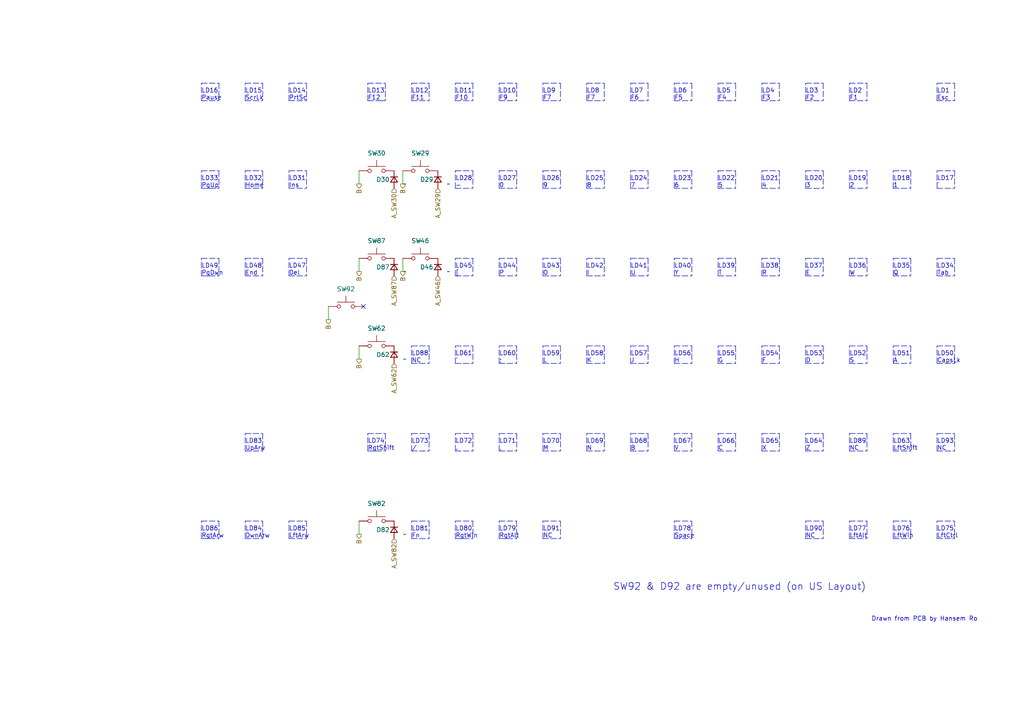
<source format=kicad_sch>
(kicad_sch (version 20211123) (generator eeschema)
  (paper "A4")
  (lib_symbols
    (symbol "Device:D_Small" (pin_numbers hide) (pin_names (offset 0.254) hide)
      (property "Reference" "D" (at -1.27 2.032 0))
      (property "Value" "D_Small" (at -3.81 -2.032 0))
      (symbol "D_Small_0_1"
        (polyline (pts (xy -0.762 -1.016) (xy -0.762 1.016)) (stroke (width 0.254)))
        (polyline (pts (xy -0.762 0) (xy 0.762 0)))
        (polyline (pts (xy 0.762 -1.016) (xy -0.762 0) (xy 0.762 1.016) (xy 0.762 -1.016)) (stroke (width 0.254)))
      )
      (symbol "D_Small_1_1"
        (pin passive line (at -2.54 0 0) (length 1.778) (name "K") (number "1"))
        (pin passive line (at 2.54 0 180) (length 1.778) (name "A") (number "2"))
      )
    )
    (symbol "Switch:SW_Push" (pin_numbers hide) (pin_names (offset 1.016) hide)
      (property "Reference" "SW" (at 1.27 2.54 0))
      (property "Value" "SW_Push" (at 0 -1.524 0))
      (symbol "SW_Push_0_1"
        (circle (center -2.032 0) (radius 0.508))
        (polyline (pts (xy 0 1.27) (xy 0 3.048)))
        (polyline (pts (xy 2.54 1.27) (xy -2.54 1.27)))
        (circle (center 2.032 0) (radius 0.508))
        (pin passive line (at -5.08 0 0) (length 2.54) (name "1") (number "1"))
        (pin passive line (at 5.08 0 180) (length 2.54) (name "2") (number "2"))
      )
    )
  )
  (no_connect (at 105.41 88.9))
  (polyline (pts (xy 226.06 125.73) (xy 226.06 130.81)))
  (polyline (pts (xy 119.38 156.21) (xy 124.46 156.21)))
  (polyline (pts (xy 276.86 151.13) (xy 276.86 156.21)))
  (polyline (pts (xy 271.78 151.13) (xy 276.86 151.13)))
  (polyline (pts (xy 259.08 49.53) (xy 264.16 49.53)))
  (polyline (pts (xy 220.98 24.13) (xy 226.06 24.13)))
  (polyline (pts (xy 226.06 49.53) (xy 226.06 54.61)))
  (polyline (pts (xy 187.96 100.33) (xy 187.96 105.41)))
  (polyline (pts (xy 271.78 80.01) (xy 276.86 80.01)))
  (polyline (pts (xy 157.48 151.13) (xy 162.56 151.13)))
  (polyline (pts (xy 83.82 54.61) (xy 83.82 49.53)))
  (polyline (pts (xy 170.18 130.81) (xy 175.26 130.81)))
  (polyline (pts (xy 175.26 49.53) (xy 175.26 54.61)))
  (polyline (pts (xy 259.08 105.41) (xy 264.16 105.41)))
  (polyline (pts (xy 264.16 151.13) (xy 264.16 156.21)))
  (polyline (pts (xy 106.68 125.73) (xy 111.76 125.73)))
  (polyline (pts (xy 233.68 54.61) (xy 238.76 54.61)))
  (polyline (pts (xy 259.08 80.01) (xy 264.16 80.01)))
  (polyline (pts (xy 271.78 80.01) (xy 271.78 74.93)))
  (polyline (pts (xy 132.08 100.33) (xy 137.16 100.33)))
  (wire (pts (xy 95.25 88.9) (xy 95.25 92.71)))
  (polyline (pts (xy 157.48 54.61) (xy 157.48 49.53)))
  (polyline (pts (xy 195.58 125.73) (xy 200.66 125.73)))
  (polyline (pts (xy 200.66 49.53) (xy 200.66 54.61)))
  (polyline (pts (xy 137.16 24.13) (xy 137.16 29.21)))
  (polyline (pts (xy 195.58 80.01) (xy 195.58 74.93)))
  (polyline (pts (xy 195.58 105.41) (xy 200.66 105.41)))
  (polyline (pts (xy 119.38 151.13) (xy 124.46 151.13)))
  (polyline (pts (xy 208.28 105.41) (xy 213.36 105.41)))
  (polyline (pts (xy 170.18 29.21) (xy 170.18 24.13)))
  (polyline (pts (xy 246.38 80.01) (xy 251.46 80.01)))
  (polyline (pts (xy 157.48 24.13) (xy 162.56 24.13)))
  (polyline (pts (xy 132.08 24.13) (xy 137.16 24.13)))
  (polyline (pts (xy 220.98 49.53) (xy 226.06 49.53)))
  (polyline (pts (xy 144.78 130.81) (xy 149.86 130.81)))
  (polyline (pts (xy 208.28 130.81) (xy 213.36 130.81)))
  (polyline (pts (xy 195.58 54.61) (xy 195.58 49.53)))
  (polyline (pts (xy 170.18 29.21) (xy 175.26 29.21)))
  (polyline (pts (xy 195.58 130.81) (xy 195.58 125.73)))
  (polyline (pts (xy 132.08 105.41) (xy 137.16 105.41)))
  (polyline (pts (xy 182.88 54.61) (xy 182.88 49.53)))
  (polyline (pts (xy 246.38 49.53) (xy 251.46 49.53)))
  (polyline (pts (xy 170.18 105.41) (xy 175.26 105.41)))
  (polyline (pts (xy 182.88 105.41) (xy 187.96 105.41)))
  (polyline (pts (xy 144.78 80.01) (xy 149.86 80.01)))
  (polyline (pts (xy 157.48 130.81) (xy 157.48 125.73)))
  (polyline (pts (xy 271.78 24.13) (xy 276.86 24.13)))
  (polyline (pts (xy 88.9 74.93) (xy 88.9 80.01)))
  (polyline (pts (xy 170.18 54.61) (xy 170.18 49.53)))
  (polyline (pts (xy 149.86 49.53) (xy 149.86 54.61)))
  (polyline (pts (xy 251.46 125.73) (xy 251.46 130.81)))
  (polyline (pts (xy 233.68 151.13) (xy 238.76 151.13)))
  (polyline (pts (xy 208.28 130.81) (xy 208.28 125.73)))
  (polyline (pts (xy 271.78 105.41) (xy 276.86 105.41)))
  (polyline (pts (xy 195.58 130.81) (xy 200.66 130.81)))
  (polyline (pts (xy 132.08 74.93) (xy 137.16 74.93)))
  (polyline (pts (xy 208.28 29.21) (xy 213.36 29.21)))
  (polyline (pts (xy 233.68 49.53) (xy 238.76 49.53)))
  (polyline (pts (xy 144.78 80.01) (xy 144.78 74.93)))
  (polyline (pts (xy 106.68 29.21) (xy 106.68 24.13)))
  (polyline (pts (xy 276.86 24.13) (xy 276.86 29.21)))
  (polyline (pts (xy 246.38 54.61) (xy 251.46 54.61)))
  (polyline (pts (xy 88.9 24.13) (xy 88.9 29.21)))
  (polyline (pts (xy 233.68 29.21) (xy 238.76 29.21)))
  (polyline (pts (xy 213.36 125.73) (xy 213.36 130.81)))
  (polyline (pts (xy 58.42 29.21) (xy 63.5 29.21)))
  (polyline (pts (xy 233.68 54.61) (xy 233.68 49.53)))
  (polyline (pts (xy 58.42 151.13) (xy 63.5 151.13)))
  (polyline (pts (xy 208.28 24.13) (xy 213.36 24.13)))
  (wire (pts (xy 104.14 74.93) (xy 104.14 78.74)))
  (polyline (pts (xy 76.2 125.73) (xy 76.2 130.81)))
  (polyline (pts (xy 137.16 74.93) (xy 137.16 80.01)))
  (polyline (pts (xy 71.12 54.61) (xy 76.2 54.61)))
  (polyline (pts (xy 213.36 49.53) (xy 213.36 54.61)))
  (polyline (pts (xy 233.68 74.93) (xy 238.76 74.93)))
  (polyline (pts (xy 259.08 130.81) (xy 259.08 125.73)))
  (polyline (pts (xy 220.98 105.41) (xy 220.98 100.33)))
  (polyline (pts (xy 124.46 125.73) (xy 124.46 130.81)))
  (polyline (pts (xy 259.08 156.21) (xy 259.08 151.13)))
  (polyline (pts (xy 200.66 125.73) (xy 200.66 130.81)))
  (polyline (pts (xy 88.9 49.53) (xy 88.9 54.61)))
  (polyline (pts (xy 238.76 151.13) (xy 238.76 156.21)))
  (polyline (pts (xy 157.48 105.41) (xy 162.56 105.41)))
  (polyline (pts (xy 246.38 29.21) (xy 251.46 29.21)))
  (polyline (pts (xy 220.98 105.41) (xy 226.06 105.41)))
  (wire (pts (xy 116.84 74.93) (xy 116.84 78.74)))
  (polyline (pts (xy 246.38 105.41) (xy 251.46 105.41)))
  (polyline (pts (xy 58.42 24.13) (xy 63.5 24.13)))
  (polyline (pts (xy 271.78 130.81) (xy 271.78 125.73)))
  (polyline (pts (xy 132.08 130.81) (xy 132.08 125.73)))
  (polyline (pts (xy 111.76 24.13) (xy 111.76 29.21)))
  (polyline (pts (xy 170.18 130.81) (xy 170.18 125.73)))
  (polyline (pts (xy 238.76 74.93) (xy 238.76 80.01)))
  (polyline (pts (xy 144.78 54.61) (xy 149.86 54.61)))
  (polyline (pts (xy 271.78 54.61) (xy 276.86 54.61)))
  (polyline (pts (xy 124.46 24.13) (xy 124.46 29.21)))
  (polyline (pts (xy 71.12 125.73) (xy 76.2 125.73)))
  (polyline (pts (xy 76.2 74.93) (xy 76.2 80.01)))
  (polyline (pts (xy 157.48 156.21) (xy 162.56 156.21)))
  (polyline (pts (xy 182.88 29.21) (xy 187.96 29.21)))
  (polyline (pts (xy 208.28 49.53) (xy 213.36 49.53)))
  (polyline (pts (xy 162.56 49.53) (xy 162.56 54.61)))
  (polyline (pts (xy 76.2 24.13) (xy 76.2 29.21)))
  (polyline (pts (xy 132.08 54.61) (xy 132.08 49.53)))
  (polyline (pts (xy 144.78 49.53) (xy 149.86 49.53)))
  (polyline (pts (xy 276.86 74.93) (xy 276.86 80.01)))
  (polyline (pts (xy 187.96 74.93) (xy 187.96 80.01)))
  (polyline (pts (xy 132.08 49.53) (xy 137.16 49.53)))
  (polyline (pts (xy 83.82 151.13) (xy 88.9 151.13)))
  (polyline (pts (xy 251.46 74.93) (xy 251.46 80.01)))
  (polyline (pts (xy 149.86 74.93) (xy 149.86 80.01)))
  (polyline (pts (xy 200.66 74.93) (xy 200.66 80.01)))
  (polyline (pts (xy 71.12 130.81) (xy 76.2 130.81)))
  (polyline (pts (xy 119.38 100.33) (xy 124.46 100.33)))
  (polyline (pts (xy 111.76 29.21) (xy 110.49 29.21)))
  (polyline (pts (xy 71.12 49.53) (xy 76.2 49.53)))
  (polyline (pts (xy 58.42 74.93) (xy 63.5 74.93)))
  (polyline (pts (xy 71.12 156.21) (xy 76.2 156.21)))
  (polyline (pts (xy 195.58 156.21) (xy 195.58 151.13)))
  (polyline (pts (xy 208.28 74.93) (xy 213.36 74.93)))
  (polyline (pts (xy 246.38 156.21) (xy 246.38 151.13)))
  (polyline (pts (xy 170.18 100.33) (xy 175.26 100.33)))
  (polyline (pts (xy 233.68 80.01) (xy 233.68 74.93)))
  (polyline (pts (xy 157.48 29.21) (xy 157.48 24.13)))
  (polyline (pts (xy 182.88 74.93) (xy 187.96 74.93)))
  (polyline (pts (xy 83.82 156.21) (xy 88.9 156.21)))
  (polyline (pts (xy 233.68 125.73) (xy 238.76 125.73)))
  (polyline (pts (xy 246.38 74.93) (xy 251.46 74.93)))
  (polyline (pts (xy 195.58 74.93) (xy 200.66 74.93)))
  (wire (pts (xy 116.84 49.53) (xy 116.84 53.34)))
  (polyline (pts (xy 220.98 80.01) (xy 220.98 74.93)))
  (polyline (pts (xy 132.08 29.21) (xy 132.08 24.13)))
  (polyline (pts (xy 271.78 74.93) (xy 276.86 74.93)))
  (polyline (pts (xy 132.08 130.81) (xy 137.16 130.81)))
  (polyline (pts (xy 195.58 49.53) (xy 200.66 49.53)))
  (polyline (pts (xy 175.26 74.93) (xy 175.26 80.01)))
  (polyline (pts (xy 170.18 80.01) (xy 175.26 80.01)))
  (polyline (pts (xy 71.12 29.21) (xy 71.12 24.13)))
  (polyline (pts (xy 246.38 125.73) (xy 251.46 125.73)))
  (polyline (pts (xy 58.42 29.21) (xy 58.42 24.13)))
  (polyline (pts (xy 137.16 151.13) (xy 137.16 156.21)))
  (polyline (pts (xy 157.48 80.01) (xy 162.56 80.01)))
  (polyline (pts (xy 271.78 100.33) (xy 276.86 100.33)))
  (polyline (pts (xy 71.12 54.61) (xy 71.12 49.53)))
  (polyline (pts (xy 208.28 80.01) (xy 208.28 74.93)))
  (polyline (pts (xy 119.38 105.41) (xy 119.38 100.33)))
  (polyline (pts (xy 226.06 100.33) (xy 226.06 105.41)))
  (polyline (pts (xy 83.82 74.93) (xy 88.9 74.93)))
  (polyline (pts (xy 157.48 29.21) (xy 162.56 29.21)))
  (polyline (pts (xy 182.88 130.81) (xy 187.96 130.81)))
  (polyline (pts (xy 238.76 125.73) (xy 238.76 130.81)))
  (polyline (pts (xy 170.18 24.13) (xy 175.26 24.13)))
  (polyline (pts (xy 170.18 54.61) (xy 175.26 54.61)))
  (polyline (pts (xy 233.68 100.33) (xy 238.76 100.33)))
  (polyline (pts (xy 200.66 151.13) (xy 200.66 156.21)))
  (polyline (pts (xy 157.48 125.73) (xy 162.56 125.73)))
  (polyline (pts (xy 144.78 29.21) (xy 149.86 29.21)))
  (polyline (pts (xy 271.78 54.61) (xy 271.78 49.53)))
  (polyline (pts (xy 88.9 151.13) (xy 88.9 156.21)))
  (polyline (pts (xy 83.82 54.61) (xy 88.9 54.61)))
  (polyline (pts (xy 170.18 125.73) (xy 175.26 125.73)))
  (polyline (pts (xy 271.78 156.21) (xy 271.78 151.13)))
  (polyline (pts (xy 58.42 49.53) (xy 63.5 49.53)))
  (polyline (pts (xy 271.78 29.21) (xy 276.86 29.21)))
  (polyline (pts (xy 106.68 130.81) (xy 111.76 130.81)))
  (polyline (pts (xy 63.5 151.13) (xy 63.5 156.21)))
  (polyline (pts (xy 246.38 130.81) (xy 246.38 125.73)))
  (polyline (pts (xy 251.46 49.53) (xy 251.46 54.61)))
  (polyline (pts (xy 71.12 29.21) (xy 76.2 29.21)))
  (polyline (pts (xy 246.38 130.81) (xy 251.46 130.81)))
  (polyline (pts (xy 200.66 100.33) (xy 200.66 105.41)))
  (polyline (pts (xy 187.96 125.73) (xy 187.96 130.81)))
  (polyline (pts (xy 271.78 130.81) (xy 276.86 130.81)))
  (polyline (pts (xy 233.68 156.21) (xy 233.68 151.13)))
  (polyline (pts (xy 220.98 54.61) (xy 220.98 49.53)))
  (polyline (pts (xy 162.56 151.13) (xy 162.56 156.21)))
  (polyline (pts (xy 63.5 74.93) (xy 63.5 80.01)))
  (polyline (pts (xy 182.88 125.73) (xy 187.96 125.73)))
  (polyline (pts (xy 271.78 29.21) (xy 271.78 24.13)))
  (polyline (pts (xy 132.08 151.13) (xy 137.16 151.13)))
  (polyline (pts (xy 149.86 24.13) (xy 149.86 29.21)))
  (polyline (pts (xy 124.46 151.13) (xy 124.46 156.21)))
  (polyline (pts (xy 58.42 80.01) (xy 58.42 74.93)))
  (polyline (pts (xy 182.88 49.53) (xy 187.96 49.53)))
  (polyline (pts (xy 187.96 24.13) (xy 187.96 29.21)))
  (polyline (pts (xy 200.66 24.13) (xy 200.66 29.21)))
  (polyline (pts (xy 58.42 54.61) (xy 58.42 49.53)))
  (polyline (pts (xy 157.48 49.53) (xy 162.56 49.53)))
  (polyline (pts (xy 195.58 156.21) (xy 200.66 156.21)))
  (polyline (pts (xy 220.98 74.93) (xy 226.06 74.93)))
  (polyline (pts (xy 83.82 80.01) (xy 88.9 80.01)))
  (polyline (pts (xy 220.98 125.73) (xy 226.06 125.73)))
  (polyline (pts (xy 195.58 54.61) (xy 200.66 54.61)))
  (polyline (pts (xy 137.16 100.33) (xy 137.16 105.41)))
  (polyline (pts (xy 58.42 156.21) (xy 63.5 156.21)))
  (polyline (pts (xy 233.68 80.01) (xy 238.76 80.01)))
  (polyline (pts (xy 259.08 125.73) (xy 264.16 125.73)))
  (polyline (pts (xy 132.08 80.01) (xy 137.16 80.01)))
  (polyline (pts (xy 182.88 54.61) (xy 187.96 54.61)))
  (polyline (pts (xy 71.12 24.13) (xy 76.2 24.13)))
  (polyline (pts (xy 157.48 54.61) (xy 162.56 54.61)))
  (polyline (pts (xy 162.56 74.93) (xy 162.56 80.01)))
  (polyline (pts (xy 124.46 100.33) (xy 124.46 105.41)))
  (polyline (pts (xy 63.5 24.13) (xy 63.5 29.21)))
  (polyline (pts (xy 246.38 80.01) (xy 246.38 74.93)))
  (polyline (pts (xy 220.98 29.21) (xy 220.98 24.13)))
  (polyline (pts (xy 182.88 80.01) (xy 187.96 80.01)))
  (polyline (pts (xy 157.48 100.33) (xy 162.56 100.33)))
  (polyline (pts (xy 182.88 100.33) (xy 187.96 100.33)))
  (polyline (pts (xy 195.58 100.33) (xy 200.66 100.33)))
  (polyline (pts (xy 182.88 24.13) (xy 187.96 24.13)))
  (polyline (pts (xy 162.56 125.73) (xy 162.56 130.81)))
  (polyline (pts (xy 264.16 100.33) (xy 264.16 105.41)))
  (polyline (pts (xy 144.78 156.21) (xy 144.78 151.13)))
  (polyline (pts (xy 233.68 29.21) (xy 233.68 24.13)))
  (polyline (pts (xy 246.38 105.41) (xy 246.38 100.33)))
  (polyline (pts (xy 71.12 80.01) (xy 71.12 74.93)))
  (polyline (pts (xy 208.28 125.73) (xy 213.36 125.73)))
  (polyline (pts (xy 271.78 105.41) (xy 271.78 100.33)))
  (polyline (pts (xy 264.16 74.93) (xy 264.16 80.01)))
  (polyline (pts (xy 106.68 29.21) (xy 111.76 29.21)))
  (polyline (pts (xy 144.78 130.81) (xy 144.78 125.73)))
  (polyline (pts (xy 76.2 49.53) (xy 76.2 54.61)))
  (polyline (pts (xy 233.68 130.81) (xy 233.68 125.73)))
  (polyline (pts (xy 132.08 156.21) (xy 132.08 151.13)))
  (polyline (pts (xy 238.76 24.13) (xy 238.76 29.21)))
  (polyline (pts (xy 58.42 54.61) (xy 63.5 54.61)))
  (polyline (pts (xy 144.78 156.21) (xy 149.86 156.21)))
  (polyline (pts (xy 238.76 49.53) (xy 238.76 54.61)))
  (polyline (pts (xy 119.38 24.13) (xy 124.46 24.13)))
  (polyline (pts (xy 259.08 130.81) (xy 264.16 130.81)))
  (polyline (pts (xy 195.58 24.13) (xy 200.66 24.13)))
  (polyline (pts (xy 271.78 156.21) (xy 276.86 156.21)))
  (polyline (pts (xy 144.78 24.13) (xy 149.86 24.13)))
  (polyline (pts (xy 259.08 151.13) (xy 264.16 151.13)))
  (polyline (pts (xy 220.98 80.01) (xy 226.06 80.01)))
  (polyline (pts (xy 76.2 151.13) (xy 76.2 156.21)))
  (polyline (pts (xy 259.08 54.61) (xy 264.16 54.61)))
  (polyline (pts (xy 182.88 29.21) (xy 182.88 24.13)))
  (polyline (pts (xy 144.78 54.61) (xy 144.78 49.53)))
  (polyline (pts (xy 220.98 100.33) (xy 226.06 100.33)))
  (polyline (pts (xy 157.48 74.93) (xy 162.56 74.93)))
  (polyline (pts (xy 195.58 80.01) (xy 200.66 80.01)))
  (polyline (pts (xy 119.38 29.21) (xy 119.38 24.13)))
  (polyline (pts (xy 137.16 125.73) (xy 137.16 130.81)))
  (polyline (pts (xy 246.38 156.21) (xy 251.46 156.21)))
  (polyline (pts (xy 83.82 156.21) (xy 83.82 151.13)))
  (polyline (pts (xy 195.58 29.21) (xy 200.66 29.21)))
  (polyline (pts (xy 251.46 100.33) (xy 251.46 105.41)))
  (polyline (pts (xy 157.48 80.01) (xy 157.48 74.93)))
  (polyline (pts (xy 83.82 49.53) (xy 88.9 49.53)))
  (polyline (pts (xy 233.68 24.13) (xy 238.76 24.13)))
  (polyline (pts (xy 246.38 151.13) (xy 251.46 151.13)))
  (polyline (pts (xy 259.08 80.01) (xy 259.08 74.93)))
  (polyline (pts (xy 233.68 105.41) (xy 233.68 100.33)))
  (polyline (pts (xy 58.42 80.01) (xy 63.5 80.01)))
  (polyline (pts (xy 132.08 156.21) (xy 137.16 156.21)))
  (polyline (pts (xy 162.56 100.33) (xy 162.56 105.41)))
  (wire (pts (xy 104.14 151.13) (xy 104.14 154.94)))
  (polyline (pts (xy 144.78 100.33) (xy 149.86 100.33)))
  (polyline (pts (xy 213.36 24.13) (xy 213.36 29.21)))
  (polyline (pts (xy 175.26 100.33) (xy 175.26 105.41)))
  (polyline (pts (xy 144.78 105.41) (xy 149.86 105.41)))
  (polyline (pts (xy 144.78 125.73) (xy 149.86 125.73)))
  (polyline (pts (xy 182.88 80.01) (xy 182.88 74.93)))
  (polyline (pts (xy 246.38 24.13) (xy 251.46 24.13)))
  (polyline (pts (xy 246.38 54.61) (xy 246.38 49.53)))
  (polyline (pts (xy 276.86 100.33) (xy 276.86 105.41)))
  (polyline (pts (xy 213.36 100.33) (xy 213.36 105.41)))
  (polyline (pts (xy 149.86 151.13) (xy 149.86 156.21)))
  (polyline (pts (xy 170.18 80.01) (xy 170.18 74.93)))
  (polyline (pts (xy 119.38 156.21) (xy 119.38 151.13)))
  (polyline (pts (xy 271.78 125.73) (xy 276.86 125.73)))
  (polyline (pts (xy 208.28 54.61) (xy 213.36 54.61)))
  (polyline (pts (xy 83.82 29.21) (xy 83.82 24.13)))
  (polyline (pts (xy 157.48 130.81) (xy 162.56 130.81)))
  (polyline (pts (xy 195.58 151.13) (xy 200.66 151.13)))
  (polyline (pts (xy 175.26 125.73) (xy 175.26 130.81)))
  (polyline (pts (xy 220.98 130.81) (xy 226.06 130.81)))
  (polyline (pts (xy 71.12 151.13) (xy 76.2 151.13)))
  (polyline (pts (xy 182.88 130.81) (xy 182.88 125.73)))
  (polyline (pts (xy 220.98 29.21) (xy 226.06 29.21)))
  (polyline (pts (xy 132.08 54.61) (xy 137.16 54.61)))
  (polyline (pts (xy 170.18 74.93) (xy 175.26 74.93)))
  (polyline (pts (xy 144.78 105.41) (xy 144.78 100.33)))
  (polyline (pts (xy 119.38 29.21) (xy 124.46 29.21)))
  (polyline (pts (xy 132.08 125.73) (xy 137.16 125.73)))
  (polyline (pts (xy 259.08 100.33) (xy 264.16 100.33)))
  (polyline (pts (xy 144.78 151.13) (xy 149.86 151.13)))
  (polyline (pts (xy 119.38 130.81) (xy 124.46 130.81)))
  (polyline (pts (xy 119.38 125.73) (xy 124.46 125.73)))
  (polyline (pts (xy 233.68 130.81) (xy 238.76 130.81)))
  (polyline (pts (xy 208.28 29.21) (xy 208.28 24.13)))
  (polyline (pts (xy 259.08 54.61) (xy 259.08 49.53)))
  (polyline (pts (xy 157.48 156.21) (xy 157.48 151.13)))
  (polyline (pts (xy 251.46 24.13) (xy 251.46 29.21)))
  (polyline (pts (xy 187.96 49.53) (xy 187.96 54.61)))
  (polyline (pts (xy 246.38 29.21) (xy 246.38 24.13)))
  (wire (pts (xy 104.14 49.53) (xy 104.14 53.34)))
  (polyline (pts (xy 132.08 105.41) (xy 132.08 100.33)))
  (polyline (pts (xy 71.12 156.21) (xy 71.12 151.13)))
  (polyline (pts (xy 226.06 24.13) (xy 226.06 29.21)))
  (polyline (pts (xy 259.08 156.21) (xy 264.16 156.21)))
  (polyline (pts (xy 220.98 130.81) (xy 220.98 125.73)))
  (polyline (pts (xy 238.76 100.33) (xy 238.76 105.41)))
  (polyline (pts (xy 119.38 105.41) (xy 124.46 105.41)))
  (polyline (pts (xy 264.16 125.73) (xy 264.16 130.81)))
  (polyline (pts (xy 233.68 105.41) (xy 238.76 105.41)))
  (polyline (pts (xy 208.28 100.33) (xy 213.36 100.33)))
  (polyline (pts (xy 71.12 74.93) (xy 76.2 74.93)))
  (polyline (pts (xy 251.46 151.13) (xy 251.46 156.21)))
  (polyline (pts (xy 71.12 130.81) (xy 71.12 125.73)))
  (polyline (pts (xy 83.82 80.01) (xy 83.82 74.93)))
  (polyline (pts (xy 276.86 49.53) (xy 276.86 54.61)))
  (polyline (pts (xy 119.38 130.81) (xy 119.38 125.73)))
  (polyline (pts (xy 132.08 80.01) (xy 132.08 74.93)))
  (polyline (pts (xy 195.58 105.41) (xy 195.58 100.33)))
  (wire (pts (xy 104.14 100.33) (xy 104.14 104.14)))
  (polyline (pts (xy 259.08 74.93) (xy 264.16 74.93)))
  (polyline (pts (xy 83.82 29.21) (xy 88.9 29.21)))
  (polyline (pts (xy 58.42 156.21) (xy 58.42 151.13)))
  (polyline (pts (xy 106.68 130.81) (xy 106.68 125.73)))
  (polyline (pts (xy 157.48 105.41) (xy 157.48 100.33)))
  (polyline (pts (xy 233.68 156.21) (xy 238.76 156.21)))
  (polyline (pts (xy 175.26 24.13) (xy 175.26 29.21)))
  (polyline (pts (xy 220.98 54.61) (xy 226.06 54.61)))
  (polyline (pts (xy 208.28 80.01) (xy 213.36 80.01)))
  (polyline (pts (xy 246.38 100.33) (xy 251.46 100.33)))
  (polyline (pts (xy 195.58 29.21) (xy 195.58 24.13)))
  (polyline (pts (xy 149.86 125.73) (xy 149.86 130.81)))
  (polyline (pts (xy 208.28 54.61) (xy 208.28 49.53)))
  (polyline (pts (xy 271.78 49.53) (xy 276.86 49.53)))
  (polyline (pts (xy 83.82 24.13) (xy 88.9 24.13)))
  (polyline (pts (xy 149.86 100.33) (xy 149.86 105.41)))
  (polyline (pts (xy 170.18 105.41) (xy 170.18 100.33)))
  (polyline (pts (xy 63.5 49.53) (xy 63.5 54.61)))
  (polyline (pts (xy 226.06 74.93) (xy 226.06 80.01)))
  (polyline (pts (xy 111.76 125.73) (xy 111.76 130.81)))
  (polyline (pts (xy 162.56 24.13) (xy 162.56 29.21)))
  (polyline (pts (xy 137.16 49.53) (xy 137.16 54.61)))
  (polyline (pts (xy 144.78 29.21) (xy 144.78 24.13)))
  (polyline (pts (xy 259.08 105.41) (xy 259.08 100.33)))
  (polyline (pts (xy 106.68 24.13) (xy 111.76 24.13)))
  (polyline (pts (xy 170.18 49.53) (xy 175.26 49.53)))
  (polyline (pts (xy 182.88 105.41) (xy 182.88 100.33)))
  (polyline (pts (xy 276.86 125.73) (xy 276.86 130.81)))
  (polyline (pts (xy 132.08 29.21) (xy 137.16 29.21)))
  (polyline (pts (xy 264.16 49.53) (xy 264.16 54.61)))
  (polyline (pts (xy 144.78 74.93) (xy 149.86 74.93)))
  (polyline (pts (xy 213.36 74.93) (xy 213.36 80.01)))
  (polyline (pts (xy 71.12 80.01) (xy 76.2 80.01)))
  (polyline (pts (xy 208.28 105.41) (xy 208.28 100.33)))
  (text "LD31\nIns" (at 83.82 54.61 0) (effects (font (size 1.27 1.27)) (justify left bottom)))
  (text "LD13\nF12" (at 106.68 29.21 0) (effects (font (size 1.27 1.27)) (justify left bottom)))
  (text "LD20\n3" (at 233.68 54.61 0) (effects (font (size 1.27 1.27)) (justify left bottom)))
  (text "LD67\nV" (at 195.58 130.81 0) (effects (font (size 1.27 1.27)) (justify left bottom)))
  (text "LD73\n/" (at 119.38 130.81 0) (effects (font (size 1.27 1.27)) (justify left bottom)))
  (text "LD55\nG" (at 208.28 105.41 0) (effects (font (size 1.27 1.27)) (justify left bottom)))
  (text "LD88\nNC" (at 119.38 105.41 0) (effects (font (size 1.27 1.27)) (justify left bottom)))
  (text "LD65\nX" (at 220.98 130.81 0) (effects (font (size 1.27 1.27)) (justify left bottom)))
  (text "LD32\nHome" (at 71.12 54.61 0) (effects (font (size 1.27 1.27)) (justify left bottom)))
  (text "LD54\nF" (at 220.98 105.41 0) (effects (font (size 1.27 1.27)) (justify left bottom)))
  (text "LD10\nF9" (at 144.78 29.21 0) (effects (font (size 1.27 1.27)) (justify left bottom)))
  (text "LD64\nZ" (at 233.68 130.81 0) (effects (font (size 1.27 1.27)) (justify left bottom)))
  (text "LD27\n0" (at 144.78 54.61 0) (effects (font (size 1.27 1.27)) (justify left bottom)))
  (text "LD66\nC" (at 208.28 130.81 0) (effects (font (size 1.27 1.27)) (justify left bottom)))
  (text "LD56\nH" (at 195.58 105.41 0) (effects (font (size 1.27 1.27)) (justify left bottom)))
  (text "LD11\nF10" (at 132.08 29.21 0) (effects (font (size 1.27 1.27)) (justify left bottom)))
  (text "LD19\n2" (at 246.38 54.61 0) (effects (font (size 1.27 1.27)) (justify left bottom)))
  (text "LD58\nK" (at 170.18 105.41 0) (effects (font (size 1.27 1.27)) (justify left bottom)))
  (text "LD60\n;" (at 144.78 105.41 0) (effects (font (size 1.27 1.27)) (justify left bottom)))
  (text "LD79\nRgtAlt" (at 144.78 156.21 0) (effects (font (size 1.27 1.27)) (justify left bottom)))
  (text "LD24\n7" (at 182.88 54.61 0) (effects (font (size 1.27 1.27)) (justify left bottom)))
  (text "LD36\nW" (at 246.38 80.01 0) (effects (font (size 1.27 1.27)) (justify left bottom)))
  (text "LD51\nA" (at 259.08 105.41 0) (effects (font (size 1.27 1.27)) (justify left bottom)))
  (text "Drawn from PCB by Hansem Ro" (at 252.73 180.34 0) (effects (font (size 1.27 1.27)) (justify left bottom)))
  (text "LD35\nQ" (at 259.08 80.01 0) (effects (font (size 1.27 1.27)) (justify left bottom)))
  (text "LD72\n." (at 132.08 130.81 0) (effects (font (size 1.27 1.27)) (justify left bottom)))
  (text "LD4\nF3" (at 220.98 29.21 0) (effects (font (size 1.27 1.27)) (justify left bottom)))
  (text "LD15\nScrLk" (at 71.12 29.21 0) (effects (font (size 1.27 1.27)) (justify left bottom)))
  (text "LD59\nL" (at 157.48 105.41 0) (effects (font (size 1.27 1.27)) (justify left bottom)))
  (text "LD57\nJ" (at 182.88 105.41 0) (effects (font (size 1.27 1.27)) (justify left bottom)))
  (text "LD40\nY" (at 195.58 80.01 0) (effects (font (size 1.27 1.27)) (justify left bottom)))
  (text "LD74\nRgtShift" (at 106.68 130.81 0) (effects (font (size 1.27 1.27)) (justify left bottom)))
  (text "LD6\nF5" (at 195.58 29.21 0) (effects (font (size 1.27 1.27)) (justify left bottom)))
  (text "LD80\nRgtWin" (at 132.08 156.21 0) (effects (font (size 1.27 1.27)) (justify left bottom)))
  (text "LD50\nCapsLk" (at 271.78 105.41 0) (effects (font (size 1.27 1.27)) (justify left bottom)))
  (text "LD70\nM" (at 157.48 130.81 0) (effects (font (size 1.27 1.27)) (justify left bottom)))
  (text "LD38\nR" (at 220.98 80.01 0) (effects (font (size 1.27 1.27)) (justify left bottom)))
  (text "LD7\nF6" (at 182.88 29.21 0) (effects (font (size 1.27 1.27)) (justify left bottom)))
  (text "LD9\nF7" (at 157.48 29.21 0) (effects (font (size 1.27 1.27)) (justify left bottom)))
  (text "LD84\nDwnArw" (at 71.12 156.21 0) (effects (font (size 1.27 1.27)) (justify left bottom)))
  (text "LD17\n`" (at 271.78 54.61 0) (effects (font (size 1.27 1.27)) (justify left bottom)))
  (text "LD41\nU" (at 182.88 80.01 0) (effects (font (size 1.27 1.27)) (justify left bottom)))
  (text "LD68\nB" (at 182.88 130.81 0) (effects (font (size 1.27 1.27)) (justify left bottom)))
  (text "LD63\nLftShift" (at 259.08 130.81 0) (effects (font (size 1.27 1.27)) (justify left bottom)))
  (text "LD90\nNC" (at 233.68 156.21 0) (effects (font (size 1.27 1.27)) (justify left bottom)))
  (text "LD26\n9" (at 157.48 54.61 0) (effects (font (size 1.27 1.27)) (justify left bottom)))
  (text "LD42\nI" (at 170.18 80.01 0) (effects (font (size 1.27 1.27)) (justify left bottom)))
  (text "LD18\n1" (at 259.08 54.61 0) (effects (font (size 1.27 1.27)) (justify left bottom)))
  (text "LD48\nEnd" (at 71.12 80.01 0) (effects (font (size 1.27 1.27)) (justify left bottom)))
  (text "LD12\nF11" (at 119.38 29.21 0) (effects (font (size 1.27 1.27)) (justify left bottom)))
  (text "LD76\nLftWin" (at 259.08 156.21 0) (effects (font (size 1.27 1.27)) (justify left bottom)))
  (text "LD86\nRgtArw" (at 58.42 156.21 0) (effects (font (size 1.27 1.27)) (justify left bottom)))
  (text "LD71\n," (at 144.78 130.81 0) (effects (font (size 1.27 1.27)) (justify left bottom)))
  (text "LD37\nE" (at 233.68 80.01 0) (effects (font (size 1.27 1.27)) (justify left bottom)))
  (text "LD89\nNC" (at 246.38 130.81 0) (effects (font (size 1.27 1.27)) (justify left bottom)))
  (text "LD5\nF4" (at 208.28 29.21 0) (effects (font (size 1.27 1.27)) (justify left bottom)))
  (text "LD49\nPgDwn" (at 58.42 80.01 0) (effects (font (size 1.27 1.27)) (justify left bottom)))
  (text "LD14\nPrtSc" (at 83.82 29.21 0) (effects (font (size 1.27 1.27)) (justify left bottom)))
  (text "LD44\nP" (at 144.78 80.01 0) (effects (font (size 1.27 1.27)) (justify left bottom)))
  (text "LD21\n4" (at 220.98 54.61 0) (effects (font (size 1.27 1.27)) (justify left bottom)))
  (text "LD3\nF2" (at 233.68 29.21 0) (effects (font (size 1.27 1.27)) (justify left bottom)))
  (text "LD69\nN" (at 170.18 130.81 0) (effects (font (size 1.27 1.27)) (justify left bottom)))
  (text "LD28\n-" (at 132.08 54.61 0) (effects (font (size 1.27 1.27)) (justify left bottom)))
  (text "LD1\nEsc" (at 271.78 29.21 0) (effects (font (size 1.27 1.27)) (justify left bottom)))
  (text "LD81\nFn" (at 119.38 156.21 0) (effects (font (size 1.27 1.27)) (justify left bottom)))
  (text "LD39\nT" (at 208.28 80.01 0) (effects (font (size 1.27 1.27)) (justify left bottom)))
  (text "LD45\n[" (at 132.08 80.01 0) (effects (font (size 1.27 1.27)) (justify left bottom)))
  (text "LD93\nNC" (at 271.78 130.81 0) (effects (font (size 1.27 1.27)) (justify left bottom)))
  (text "LD43\nO" (at 157.48 80.01 0) (effects (font (size 1.27 1.27)) (justify left bottom)))
  (text "LD47\nDel" (at 83.82 80.01 0) (effects (font (size 1.27 1.27)) (justify left bottom)))
  (text "LD52\nS" (at 246.38 105.41 0) (effects (font (size 1.27 1.27)) (justify left bottom)))
  (text "LD33\nPgUp" (at 58.42 54.61 0) (effects (font (size 1.27 1.27)) (justify left bottom)))
  (text "LD2\nF1" (at 246.38 29.21 0) (effects (font (size 1.27 1.27)) (justify left bottom)))
  (text "SW92 & D92 are empty/unused (on US Layout)" (at 177.8 171.45 0) (effects (font (size 2 2)) (justify left bottom)))
  (text "LD91\nNC" (at 157.48 156.21 0) (effects (font (size 1.27 1.27)) (justify left bottom)))
  (text "LD16\nPause" (at 58.42 29.21 0) (effects (font (size 1.27 1.27)) (justify left bottom)))
  (text "LD83\nUpArw" (at 71.12 130.81 0) (effects (font (size 1.27 1.27)) (justify left bottom)))
  (text "LD53\nD" (at 233.68 105.41 0) (effects (font (size 1.27 1.27)) (justify left bottom)))
  (text "LD8\nF7" (at 170.18 29.21 0) (effects (font (size 1.27 1.27)) (justify left bottom)))
  (text "LD61\n'" (at 132.08 105.41 0) (effects (font (size 1.27 1.27)) (justify left bottom)))
  (text "LD85\nLftArw" (at 83.82 156.21 0) (effects (font (size 1.27 1.27)) (justify left bottom)))
  (text "LD25\n8" (at 170.18 54.61 0) (effects (font (size 1.27 1.27)) (justify left bottom)))
  (text "LD78\nSpace" (at 195.58 156.21 0) (effects (font (size 1.27 1.27)) (justify left bottom)))
  (text "LD34\nTab" (at 271.78 80.01 0) (effects (font (size 1.27 1.27)) (justify left bottom)))
  (text "LD75\nLftCtrl" (at 271.78 156.21 0) (effects (font (size 1.27 1.27)) (justify left bottom)))
  (text "LD23\n6" (at 195.58 54.61 0) (effects (font (size 1.27 1.27)) (justify left bottom)))
  (text "LD22\n5" (at 208.28 54.61 0) (effects (font (size 1.27 1.27)) (justify left bottom)))
  (text "LD77\nLftAlt" (at 246.38 156.21 0) (effects (font (size 1.27 1.27)) (justify left bottom)))
  (hierarchical_label "A_SW29" (shape input) (at 127 54.61 270))
  (hierarchical_label "B" (shape output) (at 116.84 78.74 270))
  (hierarchical_label "A_SW82" (shape input) (at 114.3 156.21 270))
  (hierarchical_label "A_SW46" (shape input) (at 127 80.01 270))
  (hierarchical_label "B" (shape output) (at 104.14 78.74 270))
  (hierarchical_label "B" (shape output) (at 104.14 154.94 270))
  (hierarchical_label "B" (shape output) (at 104.14 104.14 270))
  (hierarchical_label "A_SW30" (shape input) (at 114.3 54.61 270))
  (hierarchical_label "B" (shape output) (at 95.25 92.71 270))
  (hierarchical_label "B" (shape output) (at 104.14 53.34 270))
  (hierarchical_label "A_SW62" (shape input) (at 114.3 105.41 270))
  (hierarchical_label "A_SW87" (shape input) (at 114.3 80.01 270))
  (hierarchical_label "B" (shape output) (at 116.84 53.34 270))
  (symbol (lib_id "Switch:SW_Push") (at 109.22 74.93 0) (unit 1)
    (property "Reference" "SW87" (at 109.22 69.85 0))
    (property "Value" "~" (at 109.22 69.85 0))
  )
  (symbol (lib_id "Switch:SW_Push") (at 109.22 151.13 0) (unit 1)
    (property "Reference" "SW82" (at 109.22 146.05 0))
    (property "Value" "~" (at 109.22 146.05 0))
  )
  (symbol (lib_id "Switch:SW_Push") (at 121.92 74.93 0) (unit 1)
    (property "Reference" "SW46" (at 121.92 69.85 0))
    (property "Value" "~" (at 121.92 69.85 0))
  )
  (symbol (lib_id "Device:D_Small") (at 127 77.47 270) (unit 1)
    (property "Reference" "D46" (at 125.73 77.47 90) (effects (justify right)))
    (property "Value" "~" (at 129.54 78.7399 90) (effects (justify left)))
  )
  (symbol (lib_id "Device:D_Small") (at 114.3 153.67 270) (unit 1)
    (property "Reference" "D82" (at 113.03 153.67 90) (effects (justify right)))
    (property "Value" "~" (at 116.84 154.9399 90) (effects (justify left)))
  )
  (symbol (lib_id "Device:D_Small") (at 127 52.07 270) (unit 1)
    (property "Reference" "D29" (at 125.73 52.07 90) (effects (justify right)))
    (property "Value" "~" (at 129.54 53.3399 90) (effects (justify left)))
  )
  (symbol (lib_id "Device:D_Small") (at 114.3 77.47 270) (unit 1)
    (property "Reference" "D87" (at 113.03 77.47 90) (effects (justify right)))
    (property "Value" "~" (at 116.84 78.7399 90) (effects (justify left)))
  )
  (symbol (lib_id "Device:D_Small") (at 114.3 52.07 270) (unit 1)
    (property "Reference" "D30" (at 113.03 52.07 90) (effects (justify right)))
    (property "Value" "~" (at 116.84 53.3399 90) (effects (justify left)))
  )
  (symbol (lib_id "Switch:SW_Push") (at 121.92 49.53 0) (unit 1)
    (property "Reference" "SW29" (at 121.92 44.45 0))
    (property "Value" "~" (at 121.92 44.45 0))
  )
  (symbol (lib_id "Device:D_Small") (at 114.3 102.87 270) (unit 1)
    (property "Reference" "D62" (at 113.03 102.87 90) (effects (justify right)))
    (property "Value" "~" (at 116.84 104.1399 90) (effects (justify left)))
  )
  (symbol (lib_id "Switch:SW_Push") (at 109.22 49.53 0) (unit 1)
    (property "Reference" "SW30" (at 109.22 44.45 0))
    (property "Value" "~" (at 109.22 44.45 0))
  )
  (symbol (lib_id "Switch:SW_Push") (at 109.22 100.33 0) (unit 1)
    (property "Reference" "SW62" (at 109.22 95.25 0))
    (property "Value" "~" (at 109.22 95.25 0))
  )
  (symbol (lib_id "Switch:SW_Push") (at 100.33 88.9 0) (unit 1)
    (property "Reference" "SW92" (at 100.33 83.82 0))
    (property "Value" "~" (at 100.33 83.82 0))
  )
)
</source>
